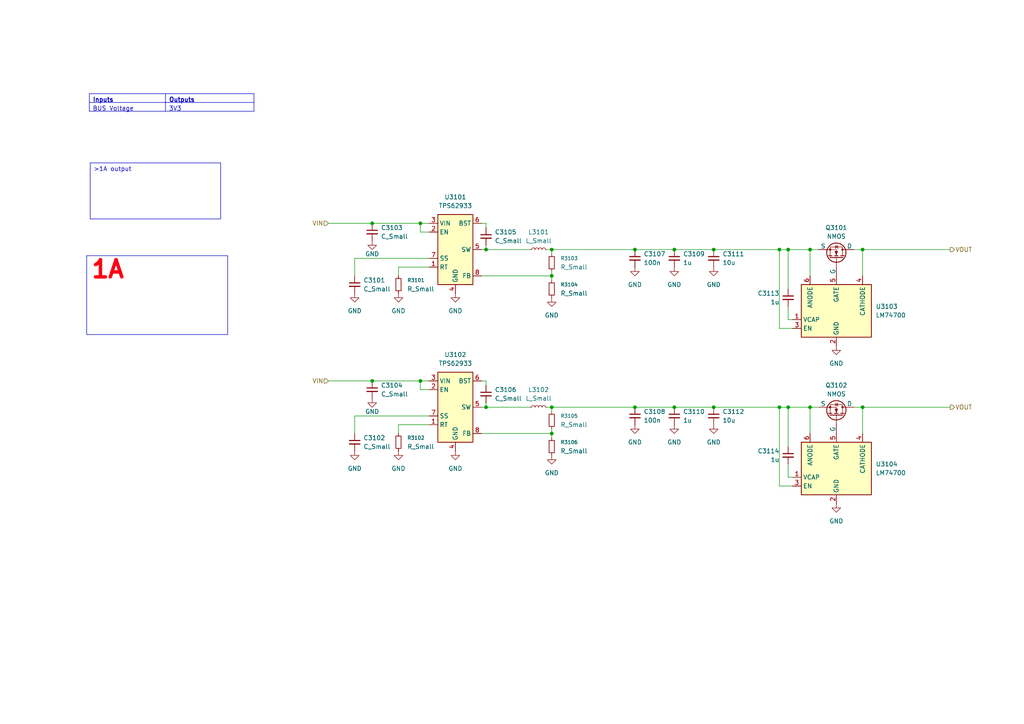
<source format=kicad_sch>
(kicad_sch (version 20250114) (generator "eeschema") (generator_version "9.0")
  (paper "A4")
  (lib_symbols
    (symbol "Device:C_Small" (pin_numbers (hide yes)) (pin_names (offset 0.254) (hide yes))
      (property "Reference" "C" (at 0.254 1.778 0))
      (property "Value" "C_Small" (at 0.254 -2.032 0))
      (symbol "C_Small_0_1"
        (polyline (pts (xy -1.524 0.508) (xy 1.524 0.508)) (stroke (width 0.3048)))
        (polyline (pts (xy -1.524 -0.508) (xy 1.524 -0.508)) (stroke (width 0.3302)))
      )
      (symbol "C_Small_1_1"
        (pin passive line (at 0 2.54 270) (length 2.032) (name "~") (number "1"))
        (pin passive line (at 0 -2.54 90) (length 2.032) (name "~") (number "2"))
      )
    )
    (symbol "Device:L_Small" (pin_numbers (hide yes)) (pin_names (offset 0.254) (hide yes))
      (property "Reference" "L" (at 0.762 1.016 0))
      (property "Value" "L_Small" (at 0.762 -1.016 0))
      (symbol "L_Small_0_1"
        (arc (start 0 2.032) (mid 0.5058 1.524) (end 0 1.016))
        (arc (start 0 1.016) (mid 0.5058 0.508) (end 0 0))
        (arc (start 0 0) (mid 0.5058 -0.508) (end 0 -1.016))
        (arc (start 0 -1.016) (mid 0.5058 -1.524) (end 0 -2.032))
      )
      (symbol "L_Small_1_1"
        (pin passive line (at 0 2.54 270) (length 0.508) (name "~") (number "1"))
        (pin passive line (at 0 -2.54 90) (length 0.508) (name "~") (number "2"))
      )
    )
    (symbol "Device:R_Small" (pin_numbers (hide yes)) (pin_names (offset 0.254) (hide yes))
      (property "Reference" "R" (at 0 0 90))
      (property "Value" "R_Small" (at 1.778 0 90))
      (symbol "R_Small_0_1"
        (rectangle (start -0.762 1.778) (end 0.762 -1.778) (stroke (width 0.2032)))
      )
      (symbol "R_Small_1_1"
        (pin passive line (at 0 2.54 270) (length 0.762) (name "~") (number "1"))
        (pin passive line (at 0 -2.54 90) (length 0.762) (name "~") (number "2"))
      )
    )
    (symbol "Power_Management:LM74700"
      (property "Reference" "U" (at -9.525 -8.89 0))
      (property "Value" "LM74700" (at 7.62 -8.89 0))
      (symbol "LM74700_0_1"
        (rectangle (start -10.16 7.62) (end 10.16 -7.62) (stroke (width 0.254)) (fill (type background)))
      )
      (symbol "LM74700_1_1"
        (pin passive line (at -12.7 -2.54 0) (length 2.54) (name "VCAP") (number "1"))
        (pin input line (at -12.7 -5.08 0) (length 2.54) (name "EN") (number "3"))
        (pin power_in line (at -7.62 10.16 270) (length 2.54) (name "ANODE") (number "6"))
        (pin output line (at 0 10.16 270) (length 2.54) (name "GATE") (number "5"))
        (pin power_in line (at 0 -10.16 90) (length 2.54) (name "GND") (number "2"))
        (pin input line (at 7.62 10.16 270) (length 2.54) (name "CATHODE") (number "4"))
      )
    )
    (symbol "Regulator_Switching:TPS62933"
      (property "Reference" "U" (at 0 13.97 0))
      (property "Value" "TPS62933" (at 0 11.43 0))
      (symbol "TPS62933_0_1"
        (rectangle (start -5.08 10.16) (end 5.08 -10.16) (stroke (width 0.254)) (fill (type background)))
      )
      (symbol "TPS62933_1_1"
        (pin power_in line (at -7.62 7.62 0) (length 2.54) (name "VIN") (number "3"))
        (pin input line (at -7.62 5.08 0) (length 2.54) (name "EN") (number "2"))
        (pin passive line (at -7.62 -2.54 0) (length 2.54) (name "SS") (number "7"))
        (pin passive line (at -7.62 -5.08 0) (length 2.54) (name "RT") (number "1"))
        (pin power_in line (at 0 -12.7 90) (length 2.54) (name "GND") (number "4"))
        (pin passive line (at 7.62 7.62 180) (length 2.54) (name "BST") (number "6"))
        (pin output line (at 7.62 0 180) (length 2.54) (name "SW") (number "5"))
        (pin input line (at 7.62 -7.62 180) (length 2.54) (name "FB") (number "8"))
      )
    )
    (symbol "Simulation_SPICE:NMOS" (pin_numbers (hide yes)) (pin_names (offset 0))
      (property "Reference" "Q" (at 5.08 1.27 0))
      (property "Value" "NMOS" (at 5.08 -1.27 0))
      (symbol "NMOS_0_1"
        (polyline (pts (xy 0.254 1.905) (xy 0.254 -1.905)) (stroke (width 0.254)))
        (polyline (pts (xy 0.254 0) (xy -2.54 0)))
        (polyline (pts (xy 0.762 2.286) (xy 0.762 1.27)) (stroke (width 0.254)))
        (polyline (pts (xy 0.762 0.508) (xy 0.762 -0.508)) (stroke (width 0.254)))
        (polyline (pts (xy 0.762 -1.27) (xy 0.762 -2.286)) (stroke (width 0.254)))
        (polyline (pts (xy 0.762 -1.778) (xy 3.302 -1.778) (xy 3.302 1.778) (xy 0.762 1.778)))
        (polyline (pts (xy 1.016 0) (xy 2.032 0.381) (xy 2.032 -0.381) (xy 1.016 0)) (fill (type outline)))
        (circle (center 1.651 0) (radius 2.794) (stroke (width 0.254)))
        (polyline (pts (xy 2.54 2.54) (xy 2.54 1.778)))
        (circle (center 2.54 1.778) (radius 0.254) (fill (type outline)))
        (circle (center 2.54 -1.778) (radius 0.254) (fill (type outline)))
        (polyline (pts (xy 2.54 -2.54) (xy 2.54 0) (xy 0.762 0)))
        (polyline (pts (xy 2.794 0.508) (xy 2.921 0.381) (xy 3.683 0.381) (xy 3.81 0.254)))
        (polyline (pts (xy 3.302 0.381) (xy 2.921 -0.254) (xy 3.683 -0.254) (xy 3.302 0.381)))
      )
      (symbol "NMOS_1_1"
        (pin input line (at -5.08 0 0) (length 2.54) (name "G") (number "2"))
        (pin passive line (at 2.54 5.08 270) (length 2.54) (name "D") (number "1"))
        (pin passive line (at 2.54 -5.08 90) (length 2.54) (name "S") (number "3"))
      )
    )
    (symbol "power:GND" (power) (pin_numbers (hide yes)) (pin_names (offset 0) (hide yes))
      (property "Value" "GND" (at 0 -3.81 0))
      (symbol "GND_0_1"
        (polyline (pts (xy 0 0) (xy 0 -1.27) (xy 1.27 -1.27) (xy 0 -2.54) (xy -1.27 -1.27) (xy 0 -1.27)))
      )
      (symbol "GND_1_1"
        (pin power_in line (at 0 0 270) (length 0) (name "~") (number "1"))
      )
    )
  )
  (text_box ">1A output" (at 26.162 47.244 0) (size 37.846 16.256) (margins 0.9525 0.9525 0.9525 0.9525) (effects (font (size 1.27 1.27)) (justify left top)))
  (text_box "1A" (at 25.146 74.168 0) (size 40.894 22.86) (margins 0.9525 0.9525 0.9525 0.9525) (effects (font (size 5 5) (thickness 1) (bold yes)) (justify left top)))
  (text_box "TJ=TA+(RJA*P) ; P=I*Vin-Vout\nTJ=20+(52.5*(1A*7-3.3))\nTJ>150 ; potřeba DC/DC" (at 304.8 21.59 0) (size 50.8 46.99) (margins 0.9525 0.9525 0.9525 0.9525) (effects (font (size 1.27 1.27)) (justify left top)))
  (junction (at 184.15 72.39))
  (junction (at 107.95 64.77))
  (junction (at 207.01 72.39))
  (junction (at 195.58 118.11))
  (junction (at 140.97 118.11))
  (junction (at 160.02 72.39))
  (junction (at 160.02 118.11))
  (junction (at 121.92 64.77))
  (junction (at 250.19 118.11))
  (junction (at 121.92 110.49))
  (junction (at 195.58 72.39))
  (junction (at 160.02 80.01))
  (junction (at 226.06 72.39))
  (junction (at 250.19 72.39))
  (junction (at 140.97 72.39))
  (junction (at 184.15 118.11))
  (junction (at 226.06 118.11))
  (junction (at 107.95 110.49))
  (junction (at 160.02 125.73))
  (junction (at 234.95 72.39))
  (junction (at 228.6 118.11))
  (junction (at 207.01 118.11))
  (junction (at 228.6 72.39))
  (junction (at 234.95 118.11))
  (wire (pts (xy 226.06 95.25) (xy 226.06 72.39)))
  (wire (pts (xy 139.7 125.73) (xy 160.02 125.73)))
  (wire (pts (xy 226.06 118.11) (xy 228.6 118.11)))
  (wire (pts (xy 160.02 127) (xy 160.02 125.73)))
  (wire (pts (xy 95.25 110.49) (xy 107.95 110.49)))
  (wire (pts (xy 160.02 118.11) (xy 184.15 118.11)))
  (wire (pts (xy 275.59 72.39) (xy 250.19 72.39)))
  (wire (pts (xy 124.46 74.93) (xy 102.87 74.93)))
  (wire (pts (xy 140.97 118.11) (xy 153.67 118.11)))
  (wire (pts (xy 160.02 119.38) (xy 160.02 118.11)))
  (wire (pts (xy 107.95 110.49) (xy 121.92 110.49)))
  (wire (pts (xy 140.97 72.39) (xy 139.7 72.39)))
  (wire (pts (xy 140.97 116.84) (xy 140.97 118.11)))
  (wire (pts (xy 229.87 138.43) (xy 228.6 138.43)))
  (wire (pts (xy 139.7 80.01) (xy 160.02 80.01)))
  (wire (pts (xy 234.95 72.39) (xy 237.49 72.39)))
  (wire (pts (xy 160.02 81.28) (xy 160.02 80.01)))
  (wire (pts (xy 250.19 118.11) (xy 247.65 118.11)))
  (wire (pts (xy 228.6 129.54) (xy 228.6 118.11)))
  (wire (pts (xy 107.95 64.77) (xy 121.92 64.77)))
  (wire (pts (xy 237.49 118.11) (xy 234.95 118.11)))
  (wire (pts (xy 275.59 118.11) (xy 250.19 118.11)))
  (wire (pts (xy 229.87 140.97) (xy 226.06 140.97)))
  (wire (pts (xy 121.92 64.77) (xy 124.46 64.77)))
  (wire (pts (xy 229.87 95.25) (xy 226.06 95.25)))
  (wire (pts (xy 160.02 72.39) (xy 158.75 72.39)))
  (wire (pts (xy 250.19 125.73) (xy 250.19 118.11)))
  (wire (pts (xy 121.92 67.31) (xy 121.92 64.77)))
  (wire (pts (xy 195.58 72.39) (xy 207.01 72.39)))
  (wire (pts (xy 184.15 118.11) (xy 195.58 118.11)))
  (wire (pts (xy 140.97 111.76) (xy 140.97 110.49)))
  (wire (pts (xy 160.02 118.11) (xy 158.75 118.11)))
  (wire (pts (xy 234.95 125.73) (xy 234.95 118.11)))
  (wire (pts (xy 160.02 72.39) (xy 184.15 72.39)))
  (wire (pts (xy 226.06 72.39) (xy 228.6 72.39)))
  (wire (pts (xy 102.87 120.65) (xy 102.87 125.73)))
  (wire (pts (xy 250.19 72.39) (xy 247.65 72.39)))
  (wire (pts (xy 207.01 72.39) (xy 226.06 72.39)))
  (wire (pts (xy 95.25 64.77) (xy 107.95 64.77)))
  (wire (pts (xy 160.02 80.01) (xy 160.02 78.74)))
  (wire (pts (xy 115.57 123.19) (xy 124.46 123.19)))
  (wire (pts (xy 124.46 67.31) (xy 121.92 67.31)))
  (wire (pts (xy 228.6 83.82) (xy 228.6 72.39)))
  (wire (pts (xy 102.87 74.93) (xy 102.87 80.01)))
  (wire (pts (xy 160.02 73.66) (xy 160.02 72.39)))
  (wire (pts (xy 124.46 113.03) (xy 121.92 113.03)))
  (wire (pts (xy 115.57 77.47) (xy 124.46 77.47)))
  (wire (pts (xy 124.46 120.65) (xy 102.87 120.65)))
  (wire (pts (xy 184.15 72.39) (xy 195.58 72.39)))
  (wire (pts (xy 226.06 140.97) (xy 226.06 118.11)))
  (wire (pts (xy 228.6 92.71) (xy 228.6 88.9)))
  (wire (pts (xy 160.02 125.73) (xy 160.02 124.46)))
  (wire (pts (xy 195.58 118.11) (xy 207.01 118.11)))
  (wire (pts (xy 121.92 113.03) (xy 121.92 110.49)))
  (wire (pts (xy 228.6 138.43) (xy 228.6 134.62)))
  (wire (pts (xy 228.6 72.39) (xy 234.95 72.39)))
  (wire (pts (xy 140.97 72.39) (xy 153.67 72.39)))
  (wire (pts (xy 234.95 80.01) (xy 234.95 72.39)))
  (wire (pts (xy 115.57 80.01) (xy 115.57 77.47)))
  (wire (pts (xy 115.57 125.73) (xy 115.57 123.19)))
  (wire (pts (xy 250.19 80.01) (xy 250.19 72.39)))
  (wire (pts (xy 234.95 118.11) (xy 228.6 118.11)))
  (wire (pts (xy 140.97 66.04) (xy 140.97 64.77)))
  (wire (pts (xy 140.97 118.11) (xy 139.7 118.11)))
  (wire (pts (xy 140.97 64.77) (xy 139.7 64.77)))
  (wire (pts (xy 140.97 110.49) (xy 139.7 110.49)))
  (wire (pts (xy 207.01 118.11) (xy 226.06 118.11)))
  (wire (pts (xy 121.92 110.49) (xy 124.46 110.49)))
  (wire (pts (xy 229.87 92.71) (xy 228.6 92.71)))
  (wire (pts (xy 140.97 71.12) (xy 140.97 72.39)))
  (table (column_count 2) (border (external yes) (header yes)) (separators (rows yes) (cols yes)) (column_widths 22.098 25.654) (row_heights 2.54 2.54) (cells (table_cell "Inputs" (at 25.908 27.178 0) (size 22.098 2.54) (margins 0.9525 0.9525 0.9525 0.9525) (span 1 1)) (table_cell "Outputs" (at 48.006 27.178 0) (size 25.654 2.54) (margins 0.9525 0.9525 0.9525 0.9525) (span 1 1)) (table_cell "BUS Voltage" (at 25.908 29.718 0) (size 22.098 2.54) (margins 0.9525 0.9525 0.9525 0.9525) (span 1 1)) (table_cell "3V3" (at 48.006 29.718 0) (size 25.654 2.54) (margins 0.9525 0.9525 0.9525 0.9525) (span 1 1))))
  (hierarchical_label "VIN" (shape input) (at 95.25 64.77 180))
  (hierarchical_label "VOUT" (shape output) (at 275.59 72.39 0))
  (hierarchical_label "VIN" (shape input) (at 95.25 110.49 180))
  (hierarchical_label "VOUT" (shape output) (at 275.59 118.11 0))
  (symbol (lib_id "Device:R_Small") (at 160.02 76.2 180) (unit 1)
    (property "Reference" "R2003" (at 162.56 74.9299 0) (effects (font (size 1.016 1.016)) (justify right)))
    (property "Value" "R_Small" (at 162.56 77.4699 0) (effects (justify right)))
    (property "Footprint" "Resistor_SMD:R_0603_1608Metric_Pad0.98x0.95mm_HandSolder" (effects (hide yes)))
    (property "Description" "Resistor, small symbol" (effects (hide yes)))
    (instances (project "EPS" (path "" (reference "R3103") (unit 1)) (path "" (reference "R2003") (unit 1))))
  )
  (symbol (lib_id "power:GND") (at 160.02 132.08 0) (unit 1)
    (property "Reference" "#PWR02010" (effects (hide yes)))
    (property "Value" "GND" (at 160.02 137.16 0))
    (property "Description" "Power symbol creates a global label with name \"GND\" , ground" (effects (hide yes)))
    (instances (project "EPS" (path "" (reference "#PWR03110") (unit 1)) (path "" (reference "#PWR02010") (unit 1))))
  )
  (symbol (lib_id "Device:R_Small") (at 115.57 128.27 180) (unit 1)
    (property "Reference" "R2002" (at 118.11 126.9999 0) (effects (font (size 1.016 1.016)) (justify right)))
    (property "Value" "R_Small" (at 118.11 129.5399 0) (effects (justify right)))
    (property "Footprint" "Resistor_SMD:R_0603_1608Metric_Pad0.98x0.95mm_HandSolder" (effects (hide yes)))
    (property "Description" "Resistor, small symbol" (effects (hide yes)))
    (instances (project "EPS" (path "" (reference "R3102") (unit 1)) (path "" (reference "R2002") (unit 1))))
  )
  (symbol (lib_id "power:GND") (at 115.57 130.81 0) (unit 1)
    (property "Reference" "#PWR02006" (effects (hide yes)))
    (property "Value" "GND" (at 115.57 135.89 0))
    (property "Description" "Power symbol creates a global label with name \"GND\" , ground" (effects (hide yes)))
    (instances (project "EPS" (path "" (reference "#PWR03106") (unit 1)) (path "" (reference "#PWR02006") (unit 1))))
  )
  (symbol (lib_id "power:GND") (at 184.15 77.47 0) (unit 1)
    (property "Reference" "#PWR02011" (effects (hide yes)))
    (property "Value" "GND" (at 184.15 82.55 0))
    (property "Description" "Power symbol creates a global label with name \"GND\" , ground" (effects (hide yes)))
    (instances (project "EPS" (path "" (reference "#PWR03111") (unit 1)) (path "" (reference "#PWR02011") (unit 1))))
  )
  (symbol (lib_id "power:GND") (at 115.57 85.09 0) (unit 1)
    (property "Reference" "#PWR02005" (effects (hide yes)))
    (property "Value" "GND" (at 115.57 90.17 0))
    (property "Description" "Power symbol creates a global label with name \"GND\" , ground" (effects (hide yes)))
    (instances (project "EPS" (path "" (reference "#PWR03105") (unit 1)) (path "" (reference "#PWR02005") (unit 1))))
  )
  (symbol (lib_id "Regulator_Switching:TPS62933") (at 132.08 72.39 0) (unit 1)
    (property "Reference" "U2001" (at 132.08 57.15 0))
    (property "Value" "TPS62933" (at 132.08 59.69 0))
    (property "Footprint" "Package_TO_SOT_SMD:SOT-583-8" (effects (hide yes)))
    (property "Datasheet" "https://www.ti.com/lit/ds/symlink/tps62933.pdf" (effects (hide yes)))
    (property "Description" "3.8-30V, 3A Synchronous Buck Converters with pulse frequency modulation (PFM), SOT583-8" (effects (hide yes)))
    (instances (project "EPS" (path "" (reference "U3101") (unit 1)) (path "" (reference "U2001") (unit 1))))
  )
  (symbol (lib_id "power:GND") (at 242.57 146.05 0) (unit 1)
    (property "Reference" "#PWR02018" (effects (hide yes)))
    (property "Value" "GND" (at 242.57 151.13 0))
    (property "Description" "Power symbol creates a global label with name \"GND\" , ground" (effects (hide yes)))
    (instances (project "EPS" (path "" (reference "#PWR03118") (unit 1)) (path "" (reference "#PWR02018") (unit 1))))
  )
  (symbol (lib_id "Power_Management:LM74700") (at 242.57 90.17 0) (unit 1)
    (property "Reference" "U2003" (at 254 88.8999 0) (effects (justify left)))
    (property "Value" "LM74700" (at 254 91.4399 0) (effects (justify left)))
    (property "Footprint" "Package_TO_SOT_SMD:SOT-23-6" (effects (hide yes)))
    (property "Datasheet" "http://www.ti.com/lit/gpn/LM74700-Q1" (effects (hide yes)))
    (property "Description" "Low Iq reverse battery protection ideal diode controller, SOT-23-6" (effects (hide yes)))
    (instances (project "EPS" (path "" (reference "U3103") (unit 1)) (path "" (reference "U2003") (unit 1))))
  )
  (symbol (lib_id "Simulation_SPICE:NMOS") (at 242.57 74.93 270) (mirror x) (unit 1)
    (property "Reference" "Q2001" (at 242.57 66.04 90))
    (property "Value" "NMOS" (at 242.57 68.58 90))
    (property "Footprint" "Package_TO_SOT_SMD:SOT-23-6" (effects (hide yes)))
    (property "Datasheet" "https://ngspice.sourceforge.io/docs/ngspice-html-manual/manual.xhtml#cha_MOSFETs" (effects (hide yes)))
    (property "Description" "N-MOSFET transistor, drain/source/gate" (effects (hide yes)))
    (property "Sim.Device" "NMOS" (effects (hide yes)))
    (property "Sim.Type" "VDMOS" (effects (hide yes)))
    (property "Sim.Pins" "1=D 2=G 3=S" (effects (hide yes)))
    (instances (project "EPS" (path "" (reference "Q3101") (unit 1)) (path "" (reference "Q2001") (unit 1))))
  )
  (symbol (lib_id "power:GND") (at 107.95 115.57 0) (unit 1)
    (property "Reference" "#PWR02004" (effects (hide yes)))
    (property "Value" "GND" (at 107.95 119.38 0))
    (property "Description" "Power symbol creates a global label with name \"GND\" , ground" (effects (hide yes)))
    (instances (project "EPS" (path "" (reference "#PWR03104") (unit 1)) (path "" (reference "#PWR02004") (unit 1))))
  )
  (symbol (lib_id "Device:C_Small") (at 184.15 74.93 0) (unit 1)
    (property "Reference" "C2007" (at 186.69 73.6662 0) (effects (justify left)))
    (property "Value" "100n" (at 186.69 76.2062 0) (effects (justify left)))
    (property "Footprint" "Capacitor_SMD:C_0603_1608Metric_Pad1.08x0.95mm_HandSolder" (effects (hide yes)))
    (property "Description" "Unpolarized capacitor, small symbol" (effects (hide yes)))
    (instances (project "EPS" (path "" (reference "C3107") (unit 1)) (path "" (reference "C2007") (unit 1))))
  )
  (symbol (lib_id "Device:C_Small") (at 184.15 120.65 0) (unit 1)
    (property "Reference" "C2008" (at 186.69 119.3862 0) (effects (justify left)))
    (property "Value" "100n" (at 186.69 121.9262 0) (effects (justify left)))
    (property "Footprint" "Capacitor_SMD:C_0603_1608Metric_Pad1.08x0.95mm_HandSolder" (effects (hide yes)))
    (property "Description" "Unpolarized capacitor, small symbol" (effects (hide yes)))
    (instances (project "EPS" (path "" (reference "C3108") (unit 1)) (path "" (reference "C2008") (unit 1))))
  )
  (symbol (lib_id "Device:L_Small") (at 156.21 118.11 90) (unit 1)
    (property "Reference" "L2002" (at 156.21 113.03 90))
    (property "Value" "L_Small" (at 156.21 115.57 90))
    (property "Footprint" "Inductor_SMD:L_Taiyo-Yuden_NR-10050_9.8x10.0mm_HandSoldering" (effects (hide yes)))
    (property "Description" "Inductor, small symbol" (effects (hide yes)))
    (instances (project "EPS" (path "" (reference "L3102") (unit 1)) (path "" (reference "L2002") (unit 1))))
  )
  (symbol (lib_id "power:GND") (at 242.57 100.33 0) (unit 1)
    (property "Reference" "#PWR02017" (effects (hide yes)))
    (property "Value" "GND" (at 242.57 105.41 0))
    (property "Description" "Power symbol creates a global label with name \"GND\" , ground" (effects (hide yes)))
    (instances (project "EPS" (path "" (reference "#PWR03117") (unit 1)) (path "" (reference "#PWR02017") (unit 1))))
  )
  (symbol (lib_id "Device:C_Small") (at 195.58 74.93 0) (unit 1)
    (property "Reference" "C2009" (at 198.12 73.6662 0) (effects (justify left)))
    (property "Value" "1u" (at 198.12 76.2062 0) (effects (justify left)))
    (property "Footprint" "Capacitor_SMD:C_0603_1608Metric_Pad1.08x0.95mm_HandSolder" (effects (hide yes)))
    (property "Description" "Unpolarized capacitor, small symbol" (effects (hide yes)))
    (instances (project "EPS" (path "" (reference "C3109") (unit 1)) (path "" (reference "C2009") (unit 1))))
  )
  (symbol (lib_id "power:GND") (at 207.01 123.19 0) (unit 1)
    (property "Reference" "#PWR02016" (effects (hide yes)))
    (property "Value" "GND" (at 207.01 128.27 0))
    (property "Description" "Power symbol creates a global label with name \"GND\" , ground" (effects (hide yes)))
    (instances (project "EPS" (path "" (reference "#PWR03116") (unit 1)) (path "" (reference "#PWR02016") (unit 1))))
  )
  (symbol (lib_id "power:GND") (at 160.02 86.36 0) (unit 1)
    (property "Reference" "#PWR02009" (effects (hide yes)))
    (property "Value" "GND" (at 160.02 91.44 0))
    (property "Description" "Power symbol creates a global label with name \"GND\" , ground" (effects (hide yes)))
    (instances (project "EPS" (path "" (reference "#PWR03109") (unit 1)) (path "" (reference "#PWR02009") (unit 1))))
  )
  (symbol (lib_id "Device:C_Small") (at 228.6 86.36 0) (mirror y) (unit 1)
    (property "Reference" "C2013" (at 226.06 85.0962 0) (effects (justify left)))
    (property "Value" "1u" (at 226.06 87.6362 0) (effects (justify left)))
    (property "Footprint" "Capacitor_SMD:C_0603_1608Metric_Pad1.08x0.95mm_HandSolder" (effects (hide yes)))
    (property "Description" "Unpolarized capacitor, small symbol" (effects (hide yes)))
    (instances (project "EPS" (path "" (reference "C3113") (unit 1)) (path "" (reference "C2013") (unit 1))))
  )
  (symbol (lib_id "Device:R_Small") (at 160.02 129.54 180) (unit 1)
    (property "Reference" "R2006" (at 162.56 128.2699 0) (effects (font (size 1.016 1.016)) (justify right)))
    (property "Value" "R_Small" (at 162.56 130.8099 0) (effects (justify right)))
    (property "Footprint" "Resistor_SMD:R_0603_1608Metric_Pad0.98x0.95mm_HandSolder" (effects (hide yes)))
    (property "Description" "Resistor, small symbol" (effects (hide yes)))
    (instances (project "EPS" (path "" (reference "R3106") (unit 1)) (path "" (reference "R2006") (unit 1))))
  )
  (symbol (lib_id "Device:C_Small") (at 107.95 67.31 0) (unit 1)
    (property "Reference" "C2003" (at 110.49 66.0462 0) (effects (justify left)))
    (property "Value" "C_Small" (at 110.49 68.5862 0) (effects (justify left)))
    (property "Footprint" "Capacitor_SMD:C_0603_1608Metric_Pad1.08x0.95mm_HandSolder" (effects (hide yes)))
    (property "Description" "Unpolarized capacitor, small symbol" (effects (hide yes)))
    (instances (project "EPS" (path "" (reference "C3103") (unit 1)) (path "" (reference "C2003") (unit 1))))
  )
  (symbol (lib_id "Device:C_Small") (at 102.87 82.55 0) (unit 1)
    (property "Reference" "C2001" (at 105.41 81.2862 0) (effects (justify left)))
    (property "Value" "C_Small" (at 105.41 83.8262 0) (effects (justify left)))
    (property "Footprint" "Capacitor_SMD:C_0603_1608Metric_Pad1.08x0.95mm_HandSolder" (effects (hide yes)))
    (property "Description" "Unpolarized capacitor, small symbol" (effects (hide yes)))
    (instances (project "EPS" (path "" (reference "C3101") (unit 1)) (path "" (reference "C2001") (unit 1))))
  )
  (symbol (lib_id "power:GND") (at 132.08 85.09 0) (unit 1)
    (property "Reference" "#PWR02007" (effects (hide yes)))
    (property "Value" "GND" (at 132.08 90.17 0))
    (property "Description" "Power symbol creates a global label with name \"GND\" , ground" (effects (hide yes)))
    (instances (project "" (path "" (reference "#PWR03107") (unit 1)) (path "" (reference "#PWR02007") (unit 1))))
  )
  (symbol (lib_id "Device:C_Small") (at 140.97 68.58 0) (unit 1)
    (property "Reference" "C2005" (at 143.51 67.3162 0) (effects (justify left)))
    (property "Value" "C_Small" (at 143.51 69.8562 0) (effects (justify left)))
    (property "Footprint" "Capacitor_SMD:C_0603_1608Metric_Pad1.08x0.95mm_HandSolder" (effects (hide yes)))
    (property "Description" "Unpolarized capacitor, small symbol" (effects (hide yes)))
    (instances (project "" (path "" (reference "C3105") (unit 1)) (path "" (reference "C2005") (unit 1))))
  )
  (symbol (lib_id "power:GND") (at 107.95 69.85 0) (unit 1)
    (property "Reference" "#PWR02003" (effects (hide yes)))
    (property "Value" "GND" (at 107.95 73.66 0))
    (property "Description" "Power symbol creates a global label with name \"GND\" , ground" (effects (hide yes)))
    (instances (project "EPS" (path "" (reference "#PWR03103") (unit 1)) (path "" (reference "#PWR02003") (unit 1))))
  )
  (symbol (lib_id "Power_Management:LM74700") (at 242.57 135.89 0) (unit 1)
    (property "Reference" "U2004" (at 254 134.6199 0) (effects (justify left)))
    (property "Value" "LM74700" (at 254 137.1599 0) (effects (justify left)))
    (property "Footprint" "Package_TO_SOT_SMD:SOT-23-6" (effects (hide yes)))
    (property "Datasheet" "http://www.ti.com/lit/gpn/LM74700-Q1" (effects (hide yes)))
    (property "Description" "Low Iq reverse battery protection ideal diode controller, SOT-23-6" (effects (hide yes)))
    (instances (project "EPS" (path "" (reference "U3104") (unit 1)) (path "" (reference "U2004") (unit 1))))
  )
  (symbol (lib_id "Device:C_Small") (at 207.01 74.93 0) (unit 1)
    (property "Reference" "C2011" (at 209.55 73.6662 0) (effects (justify left)))
    (property "Value" "10u" (at 209.55 76.2062 0) (effects (justify left)))
    (property "Footprint" "Capacitor_SMD:C_0603_1608Metric_Pad1.08x0.95mm_HandSolder" (effects (hide yes)))
    (property "Description" "Unpolarized capacitor, small symbol" (effects (hide yes)))
    (instances (project "EPS" (path "" (reference "C3111") (unit 1)) (path "" (reference "C2011") (unit 1))))
  )
  (symbol (lib_id "power:GND") (at 195.58 77.47 0) (unit 1)
    (property "Reference" "#PWR02013" (effects (hide yes)))
    (property "Value" "GND" (at 195.58 82.55 0))
    (property "Description" "Power symbol creates a global label with name \"GND\" , ground" (effects (hide yes)))
    (instances (project "EPS" (path "" (reference "#PWR03113") (unit 1)) (path "" (reference "#PWR02013") (unit 1))))
  )
  (symbol (lib_id "power:GND") (at 102.87 85.09 0) (unit 1)
    (property "Reference" "#PWR02001" (effects (hide yes)))
    (property "Value" "GND" (at 102.87 90.17 0))
    (property "Description" "Power symbol creates a global label with name \"GND\" , ground" (effects (hide yes)))
    (instances (project "EPS" (path "" (reference "#PWR03101") (unit 1)) (path "" (reference "#PWR02001") (unit 1))))
  )
  (symbol (lib_id "Device:C_Small") (at 228.6 132.08 0) (mirror y) (unit 1)
    (property "Reference" "C2014" (at 226.06 130.8162 0) (effects (justify left)))
    (property "Value" "1u" (at 226.06 133.3562 0) (effects (justify left)))
    (property "Footprint" "Capacitor_SMD:C_0603_1608Metric_Pad1.08x0.95mm_HandSolder" (effects (hide yes)))
    (property "Description" "Unpolarized capacitor, small symbol" (effects (hide yes)))
    (instances (project "EPS" (path "" (reference "C3114") (unit 1)) (path "" (reference "C2014") (unit 1))))
  )
  (symbol (lib_id "power:GND") (at 195.58 123.19 0) (unit 1)
    (property "Reference" "#PWR02014" (effects (hide yes)))
    (property "Value" "GND" (at 195.58 128.27 0))
    (property "Description" "Power symbol creates a global label with name \"GND\" , ground" (effects (hide yes)))
    (instances (project "EPS" (path "" (reference "#PWR03114") (unit 1)) (path "" (reference "#PWR02014") (unit 1))))
  )
  (symbol (lib_id "Device:C_Small") (at 195.58 120.65 0) (unit 1)
    (property "Reference" "C2010" (at 198.12 119.3862 0) (effects (justify left)))
    (property "Value" "1u" (at 198.12 121.9262 0) (effects (justify left)))
    (property "Footprint" "Capacitor_SMD:C_0603_1608Metric_Pad1.08x0.95mm_HandSolder" (effects (hide yes)))
    (property "Description" "Unpolarized capacitor, small symbol" (effects (hide yes)))
    (instances (project "EPS" (path "" (reference "C3110") (unit 1)) (path "" (reference "C2010") (unit 1))))
  )
  (symbol (lib_id "Device:R_Small") (at 160.02 121.92 180) (unit 1)
    (property "Reference" "R2005" (at 162.56 120.6499 0) (effects (font (size 1.016 1.016)) (justify right)))
    (property "Value" "R_Small" (at 162.56 123.1899 0) (effects (justify right)))
    (property "Footprint" "Resistor_SMD:R_0603_1608Metric_Pad0.98x0.95mm_HandSolder" (effects (hide yes)))
    (property "Description" "Resistor, small symbol" (effects (hide yes)))
    (instances (project "EPS" (path "" (reference "R3105") (unit 1)) (path "" (reference "R2005") (unit 1))))
  )
  (symbol (lib_id "Device:R_Small") (at 115.57 82.55 180) (unit 1)
    (property "Reference" "R2001" (at 118.11 81.2799 0) (effects (font (size 1.016 1.016)) (justify right)))
    (property "Value" "R_Small" (at 118.11 83.8199 0) (effects (justify right)))
    (property "Footprint" "Resistor_SMD:R_0603_1608Metric_Pad0.98x0.95mm_HandSolder" (effects (hide yes)))
    (property "Description" "Resistor, small symbol" (effects (hide yes)))
    (instances (project "EPS" (path "" (reference "R3101") (unit 1)) (path "" (reference "R2001") (unit 1))))
  )
  (symbol (lib_id "Device:R_Small") (at 160.02 83.82 180) (unit 1)
    (property "Reference" "R2004" (at 162.56 82.5499 0) (effects (font (size 1.016 1.016)) (justify right)))
    (property "Value" "R_Small" (at 162.56 85.0899 0) (effects (justify right)))
    (property "Footprint" "Resistor_SMD:R_0603_1608Metric_Pad0.98x0.95mm_HandSolder" (effects (hide yes)))
    (property "Description" "Resistor, small symbol" (effects (hide yes)))
    (instances (project "EPS" (path "" (reference "R3104") (unit 1)) (path "" (reference "R2004") (unit 1))))
  )
  (symbol (lib_id "power:GND") (at 207.01 77.47 0) (unit 1)
    (property "Reference" "#PWR02015" (effects (hide yes)))
    (property "Value" "GND" (at 207.01 82.55 0))
    (property "Description" "Power symbol creates a global label with name \"GND\" , ground" (effects (hide yes)))
    (instances (project "EPS" (path "" (reference "#PWR03115") (unit 1)) (path "" (reference "#PWR02015") (unit 1))))
  )
  (symbol (lib_id "power:GND") (at 184.15 123.19 0) (unit 1)
    (property "Reference" "#PWR02012" (effects (hide yes)))
    (property "Value" "GND" (at 184.15 128.27 0))
    (property "Description" "Power symbol creates a global label with name \"GND\" , ground" (effects (hide yes)))
    (instances (project "EPS" (path "" (reference "#PWR03112") (unit 1)) (path "" (reference "#PWR02012") (unit 1))))
  )
  (symbol (lib_id "power:GND") (at 102.87 130.81 0) (unit 1)
    (property "Reference" "#PWR02002" (effects (hide yes)))
    (property "Value" "GND" (at 102.87 135.89 0))
    (property "Description" "Power symbol creates a global label with name \"GND\" , ground" (effects (hide yes)))
    (instances (project "EPS" (path "" (reference "#PWR03102") (unit 1)) (path "" (reference "#PWR02002") (unit 1))))
  )
  (symbol (lib_id "Regulator_Switching:TPS62933") (at 132.08 118.11 0) (unit 1)
    (property "Reference" "U2002" (at 132.08 102.87 0))
    (property "Value" "TPS62933" (at 132.08 105.41 0))
    (property "Footprint" "Package_TO_SOT_SMD:SOT-583-8" (effects (hide yes)))
    (property "Datasheet" "https://www.ti.com/lit/ds/symlink/tps62933.pdf" (effects (hide yes)))
    (property "Description" "3.8-30V, 3A Synchronous Buck Converters with pulse frequency modulation (PFM), SOT583-8" (effects (hide yes)))
    (instances (project "EPS" (path "" (reference "U3102") (unit 1)) (path "" (reference "U2002") (unit 1))))
  )
  (symbol (lib_id "Simulation_SPICE:NMOS") (at 242.57 120.65 270) (mirror x) (unit 1)
    (property "Reference" "Q2002" (at 242.57 111.76 90))
    (property "Value" "NMOS" (at 242.57 114.3 90))
    (property "Footprint" "Package_TO_SOT_SMD:SOT-23-6" (effects (hide yes)))
    (property "Datasheet" "https://ngspice.sourceforge.io/docs/ngspice-html-manual/manual.xhtml#cha_MOSFETs" (effects (hide yes)))
    (property "Description" "N-MOSFET transistor, drain/source/gate" (effects (hide yes)))
    (property "Sim.Device" "NMOS" (effects (hide yes)))
    (property "Sim.Type" "VDMOS" (effects (hide yes)))
    (property "Sim.Pins" "1=D 2=G 3=S" (effects (hide yes)))
    (instances (project "EPS" (path "" (reference "Q3102") (unit 1)) (path "" (reference "Q2002") (unit 1))))
  )
  (symbol (lib_id "Device:C_Small") (at 140.97 114.3 0) (unit 1)
    (property "Reference" "C2006" (at 143.51 113.0362 0) (effects (justify left)))
    (property "Value" "C_Small" (at 143.51 115.5762 0) (effects (justify left)))
    (property "Footprint" "Capacitor_SMD:C_0603_1608Metric_Pad1.08x0.95mm_HandSolder" (effects (hide yes)))
    (property "Description" "Unpolarized capacitor, small symbol" (effects (hide yes)))
    (instances (project "EPS" (path "" (reference "C3106") (unit 1)) (path "" (reference "C2006") (unit 1))))
  )
  (symbol (lib_id "Device:C_Small") (at 102.87 128.27 0) (unit 1)
    (property "Reference" "C2002" (at 105.41 127.0062 0) (effects (justify left)))
    (property "Value" "C_Small" (at 105.41 129.5462 0) (effects (justify left)))
    (property "Footprint" "Capacitor_SMD:C_0603_1608Metric_Pad1.08x0.95mm_HandSolder" (effects (hide yes)))
    (property "Description" "Unpolarized capacitor, small symbol" (effects (hide yes)))
    (instances (project "EPS" (path "" (reference "C3102") (unit 1)) (path "" (reference "C2002") (unit 1))))
  )
  (symbol (lib_id "Device:C_Small") (at 207.01 120.65 0) (unit 1)
    (property "Reference" "C2012" (at 209.55 119.3862 0) (effects (justify left)))
    (property "Value" "10u" (at 209.55 121.9262 0) (effects (justify left)))
    (property "Footprint" "Capacitor_SMD:C_0603_1608Metric_Pad1.08x0.95mm_HandSolder" (effects (hide yes)))
    (property "Description" "Unpolarized capacitor, small symbol" (effects (hide yes)))
    (instances (project "EPS" (path "" (reference "C3112") (unit 1)) (path "" (reference "C2012") (unit 1))))
  )
  (symbol (lib_id "Device:C_Small") (at 107.95 113.03 0) (unit 1)
    (property "Reference" "C2004" (at 110.49 111.7662 0) (effects (justify left)))
    (property "Value" "C_Small" (at 110.49 114.3062 0) (effects (justify left)))
    (property "Footprint" "Capacitor_SMD:C_0603_1608Metric_Pad1.08x0.95mm_HandSolder" (effects (hide yes)))
    (property "Description" "Unpolarized capacitor, small symbol" (effects (hide yes)))
    (instances (project "EPS" (path "" (reference "C3104") (unit 1)) (path "" (reference "C2004") (unit 1))))
  )
  (symbol (lib_id "power:GND") (at 132.08 130.81 0) (unit 1)
    (property "Reference" "#PWR02008" (effects (hide yes)))
    (property "Value" "GND" (at 132.08 135.89 0))
    (property "Description" "Power symbol creates a global label with name \"GND\" , ground" (effects (hide yes)))
    (instances (project "EPS" (path "" (reference "#PWR03108") (unit 1)) (path "" (reference "#PWR02008") (unit 1))))
  )
  (symbol (lib_id "Device:L_Small") (at 156.21 72.39 90) (unit 1)
    (property "Reference" "L2001" (at 156.21 67.31 90))
    (property "Value" "L_Small" (at 156.21 69.85 90))
    (property "Footprint" "Inductor_SMD:L_Taiyo-Yuden_NR-10050_9.8x10.0mm_HandSoldering" (effects (hide yes)))
    (property "Description" "Inductor, small symbol" (effects (hide yes)))
    (instances (project "EPS" (path "" (reference "L3101") (unit 1)) (path "" (reference "L2001") (unit 1))))
  )
)
</source>
